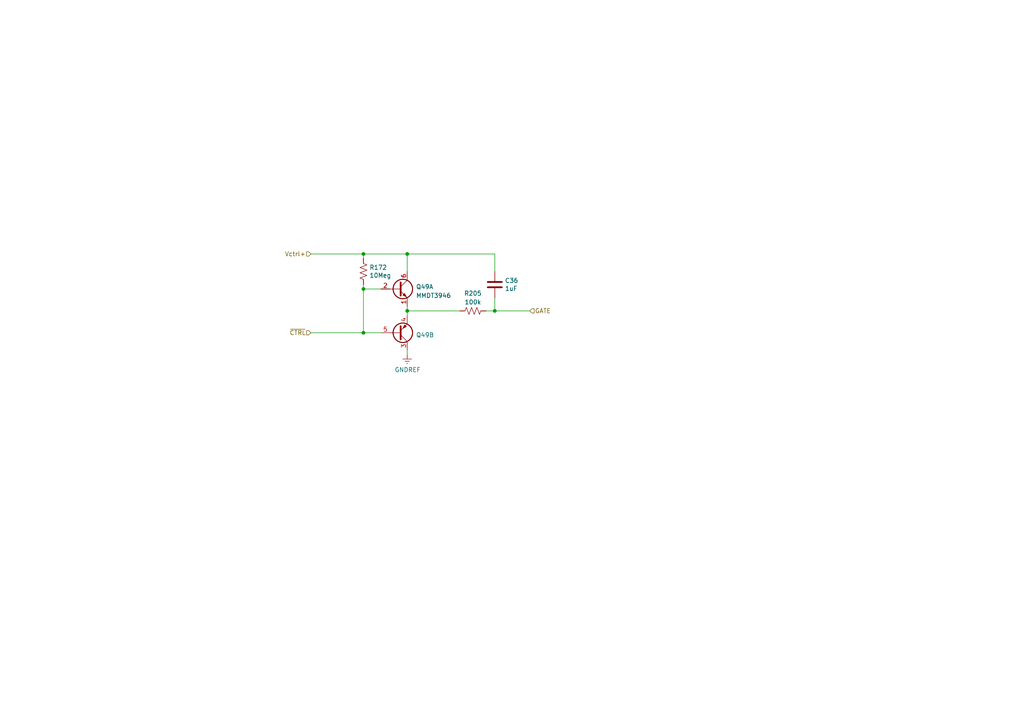
<source format=kicad_sch>
(kicad_sch (version 20230121) (generator eeschema)
  (paper "A4")
  (lib_symbols
    (symbol "Device:C" (pin_numbers hide) (pin_names (offset 0.254))
      (property "Reference" "C" (at 0.635 2.54 0))
      (property "Value" "C" (at 0.635 -2.54 0))
      (symbol "C_0_1"
        (polyline (pts (xy -2.032 -0.762) (xy 2.032 -0.762)) (stroke (width 0.508)))
        (polyline (pts (xy -2.032 0.762) (xy 2.032 0.762)) (stroke (width 0.508)))
      )
      (symbol "C_1_1"
        (pin passive line (at 0 3.81 270) (length 2.794) (name "~") (number "1"))
        (pin passive line (at 0 -3.81 90) (length 2.794) (name "~") (number "2"))
      )
    )
    (symbol "Device:R_US" (pin_numbers hide) (pin_names (offset 0))
      (property "Reference" "R" (at 2.54 0 90))
      (property "Value" "R_US" (at -2.54 0 90))
      (symbol "R_US_0_1"
        (polyline (pts (xy 0 -2.286) (xy 0 -2.54)))
        (polyline (pts (xy 0 2.286) (xy 0 2.54)))
        (polyline (pts (xy 0 -0.762) (xy 1.016 -1.143) (xy 0 -1.524) (xy -1.016 -1.905) (xy 0 -2.286)))
        (polyline (pts (xy 0 0.762) (xy 1.016 0.381) (xy 0 0) (xy -1.016 -0.381) (xy 0 -0.762)))
        (polyline (pts (xy 0 2.286) (xy 1.016 1.905) (xy 0 1.524) (xy -1.016 1.143) (xy 0 0.762)))
      )
      (symbol "R_US_1_1"
        (pin passive line (at 0 3.81 270) (length 1.27) (name "~") (number "1"))
        (pin passive line (at 0 -3.81 90) (length 1.27) (name "~") (number "2"))
      )
    )
    (symbol "Transistor_BJT:MMDT3946" (pin_names (offset 0) hide)
      (property "Reference" "Q" (at 5.08 1.27 0))
      (property "Value" "MMDT3946" (at 5.08 -1.27 0))
      (symbol "MMDT3946_0_1"
        (polyline (pts (xy 0.635 0) (xy -2.54 0)))
        (circle (center 1.27 0) (radius 2.8194) (stroke (width 0.254)))
        (circle (center 1.27 0) (radius 2.8194) (stroke (width 0.254)))
      )
      (symbol "MMDT3946_1_1"
        (polyline (pts (xy 0.635 0.635) (xy 2.54 2.54)))
        (polyline (pts (xy 0.635 -0.635) (xy 2.54 -2.54) (xy 2.54 -2.54)))
        (polyline (pts (xy 0.635 1.905) (xy 0.635 -1.905) (xy 0.635 -1.905)) (stroke (width 0.508)))
        (polyline (pts (xy 1.27 -1.778) (xy 1.778 -1.27) (xy 2.286 -2.286) (xy 1.27 -1.778) (xy 1.27 -1.778)) (fill (type outline)))
        (pin passive line (at 2.54 -5.08 90) (length 2.54) (name "E1") (number "1"))
        (pin input line (at -5.08 0 0) (length 2.54) (name "B1") (number "2"))
        (pin passive line (at 2.54 5.08 270) (length 2.54) (name "C1") (number "6"))
      )
      (symbol "MMDT3946_2_1"
        (polyline (pts (xy 0.635 0.635) (xy 2.54 2.54)))
        (polyline (pts (xy 0.635 -0.635) (xy 2.54 -2.54) (xy 2.54 -2.54)))
        (polyline (pts (xy 0.635 1.905) (xy 0.635 -1.905) (xy 0.635 -1.905)) (stroke (width 0.508)))
        (polyline (pts (xy 2.286 -1.778) (xy 1.778 -2.286) (xy 1.27 -1.27) (xy 2.286 -1.778) (xy 2.286 -1.778)) (fill (type outline)))
        (pin passive line (at 2.54 5.08 270) (length 2.54) (name "C2") (number "3"))
        (pin passive line (at 2.54 -5.08 90) (length 2.54) (name "E2") (number "4"))
        (pin input line (at -5.08 0 0) (length 2.54) (name "B2") (number "5"))
      )
    )
    (symbol "mainboard-rescue:GNDREF-power-mainboard-rescue" (power) (pin_names (offset 0))
      (property "Value" "GNDREF-power-mainboard-rescue" (at 0 -3.81 0))
      (symbol "GNDREF-power-mainboard-rescue_0_1"
        (polyline (pts (xy -0.635 -1.905) (xy 0.635 -1.905)))
        (polyline (pts (xy -0.127 -2.54) (xy 0.127 -2.54)))
        (polyline (pts (xy 0 -1.27) (xy 0 0)))
        (polyline (pts (xy 1.27 -1.27) (xy -1.27 -1.27)))
      )
      (symbol "GNDREF-power-mainboard-rescue_1_1"
        (pin power_in line (at 0 0 270) (length 0) hide (name "GNDREF") (number "1"))
      )
    )
  )
  (junction (at 105.41 83.82))
  (junction (at 143.51 90.17))
  (junction (at 118.11 90.17))
  (junction (at 105.41 96.52))
  (junction (at 118.11 73.66))
  (junction (at 105.41 73.66))
  (wire (pts (xy 105.41 73.66) (xy 118.11 73.66)))
  (wire (pts (xy 118.11 73.66) (xy 118.11 78.74)))
  (wire (pts (xy 118.11 88.9) (xy 118.11 90.17)))
  (wire (pts (xy 143.51 90.17) (xy 153.67 90.17)))
  (wire (pts (xy 110.49 83.82) (xy 105.41 83.82)))
  (wire (pts (xy 105.41 82.55) (xy 105.41 83.82)))
  (wire (pts (xy 118.11 102.87) (xy 118.11 101.6)))
  (wire (pts (xy 118.11 73.66) (xy 143.51 73.66)))
  (wire (pts (xy 143.51 86.36) (xy 143.51 90.17)))
  (wire (pts (xy 133.35 90.17) (xy 118.11 90.17)))
  (wire (pts (xy 90.17 96.52) (xy 105.41 96.52)))
  (wire (pts (xy 143.51 73.66) (xy 143.51 78.74)))
  (wire (pts (xy 105.41 73.66) (xy 105.41 74.93)))
  (wire (pts (xy 105.41 96.52) (xy 110.49 96.52)))
  (wire (pts (xy 118.11 90.17) (xy 118.11 91.44)))
  (wire (pts (xy 90.17 73.66) (xy 105.41 73.66)))
  (wire (pts (xy 140.97 90.17) (xy 143.51 90.17)))
  (wire (pts (xy 105.41 83.82) (xy 105.41 96.52)))
  (hierarchical_label "GATE" (shape input) (at 153.67 90.17 0))
  (hierarchical_label "Vctrl+" (shape input) (at 90.17 73.66 180))
  (hierarchical_label "~{CTRL}" (shape input) (at 90.17 96.52 180))
  (symbol (lib_id "Transistor_BJT:MMDT3946") (at 115.57 83.82 0) (unit 1)
    (property "Reference" "Q49" (at 120.65 83.185 0) (effects (justify left)))
    (property "Value" "MMDT3946" (at 120.65 85.725 0) (effects (justify left)))
    (property "Footprint" "Package_TO_SOT_SMD:SOT-363_SC-70-6" (effects hide))
    (property "Datasheet" "http://www.diodes.com/_files/datasheets/ds30123.pdf" (effects hide))
  )
  (symbol (lib_id "Transistor_BJT:MMDT3946") (at 115.57 96.52 0) (mirror x) (unit 2)
    (property "Reference" "Q49" (at 120.65 97.155 0) (effects (justify left)))
    (property "Value" "MMDT3946" (effects hide))
    (property "Footprint" "Package_TO_SOT_SMD:SOT-363_SC-70-6" (effects hide))
    (property "Datasheet" "http://www.diodes.com/_files/datasheets/ds30123.pdf" (effects hide))
  )
  (symbol (lib_id "Device:R_US") (at 105.41 78.74 0) (unit 1)
    (property "Reference" "R172" (at 107.1372 77.5716 0) (effects (justify left)))
    (property "Value" "10Meg" (at 107.1372 79.883 0) (effects (justify left)))
    (property "Footprint" "Resistor_SMD:R_0603_1608Metric" (effects hide))
    (instances (project "mainboard" (path "" (reference "R172") (unit 1)) (path "" (reference "R215") (unit 1))))
  )
  (symbol (lib_id "Device:C") (at 143.51 82.55 0) (unit 1)
    (property "Reference" "C36" (at 146.431 81.3816 0) (effects (justify left)))
    (property "Value" "1uF" (at 146.431 83.693 0) (effects (justify left)))
    (property "Footprint" "Capacitor_SMD:C_0603_1608Metric" (effects hide))
    (instances (project "mainboard" (path "" (reference "C36") (unit 1)) (path "" (reference "C87") (unit 1)) (path "" (reference "C92") (unit 1)) (path "" (reference "C99") (unit 1))))
  )
  (symbol (lib_id "mainboard-rescue:GNDREF-power-mainboard-rescue") (at 118.11 102.87 0) (unit 1)
    (property "Reference" "#PWR0129" (effects hide))
    (property "Value" "GNDREF" (at 118.237 107.2642 0))
    (instances (project "mainboard" (path "" (reference "#PWR0129") (unit 1)) (path "" (reference "#PWR012") (unit 1)) (path "" (reference "#PWR0134") (unit 1))))
  )
  (symbol (lib_id "Device:R_US") (at 137.16 90.17 90) (unit 1)
    (property "Reference" "R205" (at 137.16 85.09 90))
    (property "Value" "100k" (at 137.16 87.63 90))
    (property "Footprint" "Resistor_SMD:R_0603_1608Metric" (effects hide))
    (instances (project "mainboard" (path "" (reference "R205") (unit 1)) (path "" (reference "R214") (unit 1))))
  )
)
</source>
